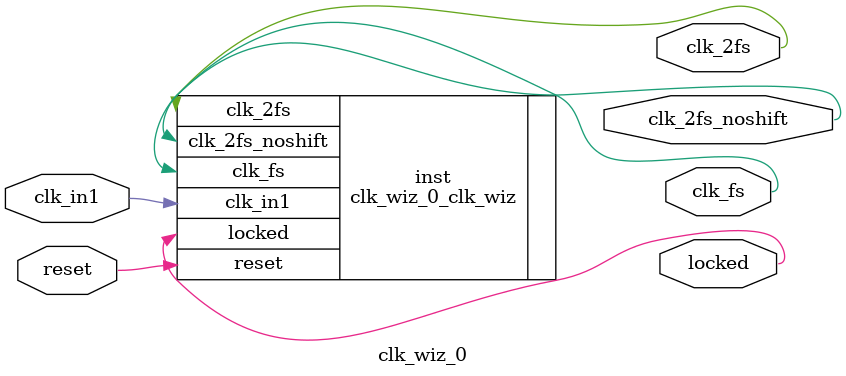
<source format=v>


`timescale 1ps/1ps

(* CORE_GENERATION_INFO = "clk_wiz_0,clk_wiz_v6_0_13_0_0,{component_name=clk_wiz_0,use_phase_alignment=true,use_min_o_jitter=false,use_max_i_jitter=false,use_dyn_phase_shift=false,use_inclk_switchover=false,use_dyn_reconfig=false,enable_axi=0,feedback_source=FDBK_AUTO,PRIMITIVE=PLL,num_out_clk=3,clkin1_period=5.000,clkin2_period=10.0,use_power_down=false,use_reset=true,use_locked=true,use_inclk_stopped=false,feedback_type=SINGLE,CLOCK_MGR_TYPE=NA,manual_override=false}" *)

module clk_wiz_0 
 (
  // Clock out ports
  output        clk_fs,
  output        clk_2fs,
  output        clk_2fs_noshift,
  // Status and control signals
  input         reset,
  output        locked,
 // Clock in ports
  input         clk_in1
 );

  clk_wiz_0_clk_wiz inst
  (
  // Clock out ports  
  .clk_fs(clk_fs),
  .clk_2fs(clk_2fs),
  .clk_2fs_noshift(clk_2fs_noshift),
  // Status and control signals               
  .reset(reset), 
  .locked(locked),
 // Clock in ports
  .clk_in1(clk_in1)
  );

endmodule

</source>
